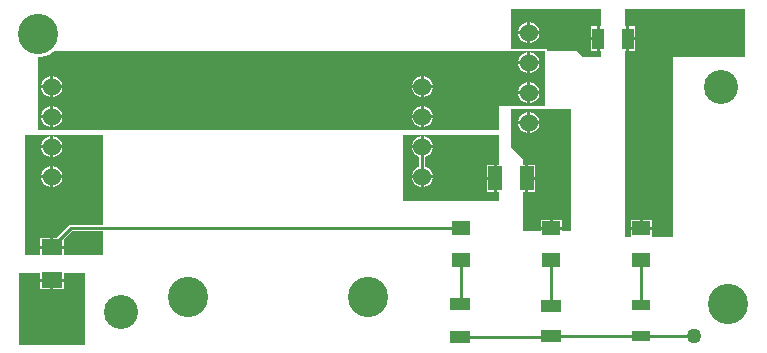
<source format=gtl>
G04*
G04 #@! TF.GenerationSoftware,Altium Limited,Altium Designer,22.9.1 (49)*
G04*
G04 Layer_Physical_Order=1*
G04 Layer_Color=255*
%FSLAX25Y25*%
%MOIN*%
G70*
G04*
G04 #@! TF.SameCoordinates,DEE7DE5E-5230-4543-89B2-9CAB29215946*
G04*
G04*
G04 #@! TF.FilePolarity,Positive*
G04*
G01*
G75*
%ADD12C,0.01000*%
%ADD13R,0.04500X0.08000*%
%ADD15R,0.03937X0.07087*%
%ADD16R,0.07032X0.05176*%
%ADD18R,0.06528X0.04156*%
%ADD19R,0.06544X0.04166*%
%ADD25R,0.05906X0.04724*%
%ADD26R,0.06102X0.03543*%
%ADD27C,0.06000*%
%ADD28C,0.13400*%
%ADD29C,0.11337*%
%ADD30C,0.05000*%
G36*
X300000Y210043D02*
X299579D01*
Y206000D01*
Y201957D01*
X300000D01*
Y200000D01*
X294000D01*
X292000Y202000D01*
X282041D01*
X281883Y202383D01*
X281500Y202541D01*
X270000D01*
Y216000D01*
X300000D01*
Y210043D01*
D02*
G37*
G36*
X281500Y183500D02*
X266000D01*
Y175500D01*
X112500D01*
Y199816D01*
X113257D01*
X114741Y200111D01*
X116140Y200690D01*
X117398Y201531D01*
X117867Y202000D01*
X281500D01*
Y183500D01*
D02*
G37*
G36*
X266000Y164000D02*
X265250D01*
Y159500D01*
Y155000D01*
X266000D01*
Y152000D01*
X234000D01*
Y174000D01*
X266000D01*
Y164000D01*
D02*
G37*
G36*
X290000Y142000D02*
X286953D01*
Y142315D01*
X283500D01*
X280047D01*
Y142000D01*
X274000D01*
Y155000D01*
X274750D01*
Y159500D01*
Y164000D01*
X274000D01*
Y166000D01*
X270000Y170000D01*
Y182500D01*
X290000D01*
Y142000D01*
D02*
G37*
G36*
X348000Y200000D02*
X324000D01*
Y140000D01*
X316953D01*
Y142315D01*
X313500D01*
X310047D01*
Y140000D01*
X308000D01*
Y200000D01*
Y201957D01*
X308421D01*
Y206000D01*
Y210043D01*
X308000D01*
Y216000D01*
X348000D01*
Y200000D01*
D02*
G37*
G36*
X134000Y144020D02*
X123505D01*
X123115Y143942D01*
X122784Y143721D01*
X118646Y139583D01*
X117500D01*
Y136995D01*
X121016D01*
Y139069D01*
X123927Y141980D01*
X134000D01*
Y134000D01*
X121016D01*
Y135995D01*
X117000D01*
X112984D01*
Y134000D01*
X108000D01*
Y174000D01*
X134000D01*
Y144020D01*
D02*
G37*
G36*
X128000Y104000D02*
X106000D01*
Y128000D01*
X112984D01*
Y126005D01*
X117000D01*
X121016D01*
Y128000D01*
X128000D01*
Y104000D01*
D02*
G37*
%LPC*%
G36*
X276500Y211490D02*
Y208500D01*
X279489D01*
X279261Y209351D01*
X278801Y210149D01*
X278149Y210801D01*
X277351Y211262D01*
X276500Y211490D01*
D02*
G37*
G36*
X275500D02*
X274649Y211262D01*
X273851Y210801D01*
X273199Y210149D01*
X272739Y209351D01*
X272511Y208500D01*
X275500D01*
Y211490D01*
D02*
G37*
G36*
X298579Y210043D02*
X296610D01*
Y206500D01*
X298579D01*
Y210043D01*
D02*
G37*
G36*
X279489Y207500D02*
X276500D01*
Y204510D01*
X277351Y204738D01*
X278149Y205199D01*
X278801Y205851D01*
X279261Y206649D01*
X279489Y207500D01*
D02*
G37*
G36*
X275500D02*
X272511D01*
X272739Y206649D01*
X273199Y205851D01*
X273851Y205199D01*
X274649Y204738D01*
X275500Y204510D01*
Y207500D01*
D02*
G37*
G36*
X298579Y205500D02*
X296610D01*
Y201957D01*
X298579D01*
Y205500D01*
D02*
G37*
G36*
X276500Y201489D02*
Y198500D01*
X279489D01*
X279261Y199351D01*
X278801Y200149D01*
X278149Y200801D01*
X277351Y201261D01*
X276500Y201489D01*
D02*
G37*
G36*
X275500D02*
X274649Y201261D01*
X273851Y200801D01*
X273199Y200149D01*
X272739Y199351D01*
X272511Y198500D01*
X275500D01*
Y201489D01*
D02*
G37*
G36*
X279489Y197500D02*
X276500D01*
Y194510D01*
X277351Y194738D01*
X278149Y195199D01*
X278801Y195851D01*
X279261Y196649D01*
X279489Y197500D01*
D02*
G37*
G36*
X275500D02*
X272511D01*
X272739Y196649D01*
X273199Y195851D01*
X273851Y195199D01*
X274649Y194738D01*
X275500Y194510D01*
Y197500D01*
D02*
G37*
G36*
X117500Y193490D02*
Y190500D01*
X120490D01*
X120262Y191351D01*
X119801Y192149D01*
X119149Y192801D01*
X118351Y193262D01*
X117500Y193490D01*
D02*
G37*
G36*
X241000D02*
Y190500D01*
X243989D01*
X243761Y191351D01*
X243301Y192149D01*
X242649Y192801D01*
X241851Y193262D01*
X241000Y193490D01*
D02*
G37*
G36*
X116500D02*
X115649Y193262D01*
X114851Y192801D01*
X114199Y192149D01*
X113739Y191351D01*
X113511Y190500D01*
X116500D01*
Y193490D01*
D02*
G37*
G36*
X240000D02*
X239149Y193262D01*
X238351Y192801D01*
X237699Y192149D01*
X237239Y191351D01*
X237011Y190500D01*
X240000D01*
Y193490D01*
D02*
G37*
G36*
X276500Y191490D02*
Y188500D01*
X279489D01*
X279261Y189351D01*
X278801Y190149D01*
X278149Y190801D01*
X277351Y191261D01*
X276500Y191490D01*
D02*
G37*
G36*
X275500D02*
X274649Y191261D01*
X273851Y190801D01*
X273199Y190149D01*
X272739Y189351D01*
X272511Y188500D01*
X275500D01*
Y191490D01*
D02*
G37*
G36*
X243989Y189500D02*
X241000D01*
Y186511D01*
X241851Y186739D01*
X242649Y187199D01*
X243301Y187851D01*
X243761Y188649D01*
X243989Y189500D01*
D02*
G37*
G36*
X120490D02*
X117500D01*
Y186511D01*
X118351Y186739D01*
X119149Y187199D01*
X119801Y187851D01*
X120262Y188649D01*
X120490Y189500D01*
D02*
G37*
G36*
X240000D02*
X237011D01*
X237239Y188649D01*
X237699Y187851D01*
X238351Y187199D01*
X239149Y186739D01*
X240000Y186511D01*
Y189500D01*
D02*
G37*
G36*
X116500D02*
X113511D01*
X113739Y188649D01*
X114199Y187851D01*
X114851Y187199D01*
X115649Y186739D01*
X116500Y186511D01*
Y189500D01*
D02*
G37*
G36*
X279489Y187500D02*
X276500D01*
Y184511D01*
X277351Y184739D01*
X278149Y185199D01*
X278801Y185851D01*
X279261Y186649D01*
X279489Y187500D01*
D02*
G37*
G36*
X275500D02*
X272511D01*
X272739Y186649D01*
X273199Y185851D01*
X273851Y185199D01*
X274649Y184739D01*
X275500Y184511D01*
Y187500D01*
D02*
G37*
G36*
X241000Y183490D02*
Y180500D01*
X243989D01*
X243761Y181351D01*
X243301Y182149D01*
X242649Y182801D01*
X241851Y183262D01*
X241000Y183490D01*
D02*
G37*
G36*
X117500D02*
Y180500D01*
X120490D01*
X120262Y181351D01*
X119801Y182149D01*
X119149Y182801D01*
X118351Y183262D01*
X117500Y183490D01*
D02*
G37*
G36*
X240000D02*
X239149Y183262D01*
X238351Y182801D01*
X237699Y182149D01*
X237239Y181351D01*
X237011Y180500D01*
X240000D01*
Y183490D01*
D02*
G37*
G36*
X116500D02*
X115649Y183262D01*
X114851Y182801D01*
X114199Y182149D01*
X113739Y181351D01*
X113511Y180500D01*
X116500D01*
Y183490D01*
D02*
G37*
G36*
X243989Y179500D02*
X241000D01*
Y176511D01*
X241851Y176739D01*
X242649Y177199D01*
X243301Y177851D01*
X243761Y178649D01*
X243989Y179500D01*
D02*
G37*
G36*
X120490D02*
X117500D01*
Y176511D01*
X118351Y176739D01*
X119149Y177199D01*
X119801Y177851D01*
X120262Y178649D01*
X120490Y179500D01*
D02*
G37*
G36*
X240000D02*
X237011D01*
X237239Y178649D01*
X237699Y177851D01*
X238351Y177199D01*
X239149Y176739D01*
X240000Y176511D01*
Y179500D01*
D02*
G37*
G36*
X116500D02*
X113511D01*
X113739Y178649D01*
X114199Y177851D01*
X114851Y177199D01*
X115649Y176739D01*
X116500Y176511D01*
Y179500D01*
D02*
G37*
G36*
X241000Y173489D02*
Y170500D01*
X243989D01*
X243761Y171351D01*
X243301Y172149D01*
X242649Y172801D01*
X241851Y173261D01*
X241000Y173489D01*
D02*
G37*
G36*
X240000D02*
X239149Y173261D01*
X238351Y172801D01*
X237699Y172149D01*
X237239Y171351D01*
X237011Y170500D01*
X240000D01*
Y173489D01*
D02*
G37*
G36*
X243989Y169500D02*
X240500D01*
X237011D01*
X237239Y168649D01*
X237699Y167851D01*
X238351Y167199D01*
X239149Y166738D01*
X239480Y166650D01*
Y163350D01*
X239149Y163261D01*
X238351Y162801D01*
X237699Y162149D01*
X237239Y161351D01*
X237011Y160500D01*
X240500D01*
X243989D01*
X243761Y161351D01*
X243301Y162149D01*
X242649Y162801D01*
X241851Y163261D01*
X241520Y163350D01*
Y166650D01*
X241851Y166738D01*
X242649Y167199D01*
X243301Y167851D01*
X243761Y168649D01*
X243989Y169500D01*
D02*
G37*
G36*
X264250Y164000D02*
X262000D01*
Y160000D01*
X264250D01*
Y164000D01*
D02*
G37*
G36*
X243989Y159500D02*
X241000D01*
Y156510D01*
X241851Y156738D01*
X242649Y157199D01*
X243301Y157851D01*
X243761Y158649D01*
X243989Y159500D01*
D02*
G37*
G36*
X240000D02*
X237011D01*
X237239Y158649D01*
X237699Y157851D01*
X238351Y157199D01*
X239149Y156738D01*
X240000Y156510D01*
Y159500D01*
D02*
G37*
G36*
X264250Y159000D02*
X262000D01*
Y155000D01*
X264250D01*
Y159000D01*
D02*
G37*
G36*
X276500Y181490D02*
Y178500D01*
X279489D01*
X279261Y179351D01*
X278801Y180149D01*
X278149Y180801D01*
X277351Y181262D01*
X276500Y181490D01*
D02*
G37*
G36*
X275500D02*
X274649Y181262D01*
X273851Y180801D01*
X273199Y180149D01*
X272739Y179351D01*
X272511Y178500D01*
X275500D01*
Y181490D01*
D02*
G37*
G36*
X279489Y177500D02*
X276500D01*
Y174511D01*
X277351Y174739D01*
X278149Y175199D01*
X278801Y175851D01*
X279261Y176649D01*
X279489Y177500D01*
D02*
G37*
G36*
X275500D02*
X272511D01*
X272739Y176649D01*
X273199Y175851D01*
X273851Y175199D01*
X274649Y174739D01*
X275500Y174511D01*
Y177500D01*
D02*
G37*
G36*
X278000Y164000D02*
X275750D01*
Y160000D01*
X278000D01*
Y164000D01*
D02*
G37*
G36*
Y159000D02*
X275750D01*
Y155000D01*
X278000D01*
Y159000D01*
D02*
G37*
G36*
X286953Y145677D02*
X284000D01*
Y143315D01*
X286953D01*
Y145677D01*
D02*
G37*
G36*
X283000D02*
X280047D01*
Y143315D01*
X283000D01*
Y145677D01*
D02*
G37*
G36*
X311390Y210043D02*
X309421D01*
Y206500D01*
X311390D01*
Y210043D01*
D02*
G37*
G36*
Y205500D02*
X309421D01*
Y201957D01*
X311390D01*
Y205500D01*
D02*
G37*
G36*
X316953Y145677D02*
X314000D01*
Y143315D01*
X316953D01*
Y145677D01*
D02*
G37*
G36*
X313000D02*
X310047D01*
Y143315D01*
X313000D01*
Y145677D01*
D02*
G37*
G36*
X117500Y173489D02*
Y170500D01*
X120490D01*
X120262Y171351D01*
X119801Y172149D01*
X119149Y172801D01*
X118351Y173261D01*
X117500Y173489D01*
D02*
G37*
G36*
X116500D02*
X115649Y173261D01*
X114851Y172801D01*
X114199Y172149D01*
X113739Y171351D01*
X113511Y170500D01*
X116500D01*
Y173489D01*
D02*
G37*
G36*
X120490Y169500D02*
X117500D01*
Y166510D01*
X118351Y166738D01*
X119149Y167199D01*
X119801Y167851D01*
X120262Y168649D01*
X120490Y169500D01*
D02*
G37*
G36*
X116500D02*
X113511D01*
X113739Y168649D01*
X114199Y167851D01*
X114851Y167199D01*
X115649Y166738D01*
X116500Y166510D01*
Y169500D01*
D02*
G37*
G36*
X117500Y163489D02*
Y160500D01*
X120490D01*
X120262Y161351D01*
X119801Y162149D01*
X119149Y162801D01*
X118351Y163261D01*
X117500Y163489D01*
D02*
G37*
G36*
X116500D02*
X115649Y163261D01*
X114851Y162801D01*
X114199Y162149D01*
X113739Y161351D01*
X113511Y160500D01*
X116500D01*
Y163489D01*
D02*
G37*
G36*
X120490Y159500D02*
X117500D01*
Y156510D01*
X118351Y156738D01*
X119149Y157199D01*
X119801Y157851D01*
X120262Y158649D01*
X120490Y159500D01*
D02*
G37*
G36*
X116500D02*
X113511D01*
X113739Y158649D01*
X114199Y157851D01*
X114851Y157199D01*
X115649Y156738D01*
X116500Y156510D01*
Y159500D01*
D02*
G37*
G36*
Y139583D02*
X112984D01*
Y136995D01*
X116500D01*
Y139583D01*
D02*
G37*
G36*
X121016Y125005D02*
X117500D01*
Y122417D01*
X121016D01*
Y125005D01*
D02*
G37*
G36*
X116500D02*
X112984D01*
Y122417D01*
X116500D01*
Y125005D01*
D02*
G37*
%LPD*%
D12*
X275250Y159500D02*
X275500Y159750D01*
X264250Y160000D02*
X264750Y159500D01*
X275250Y157750D02*
Y159500D01*
X117000Y136495D02*
X123505Y143000D01*
X253315D01*
X240500Y160000D02*
Y170000D01*
X298379Y205500D02*
X298979Y206100D01*
X298966Y205100D02*
X299079Y205213D01*
X117500Y126250D02*
X118000Y126750D01*
X253000Y117618D02*
X253500Y118118D01*
Y132185D01*
X283500Y117025D02*
Y132185D01*
X313500Y117217D02*
Y132185D01*
Y106783D02*
X313717Y107000D01*
X331000D01*
X313308Y106975D02*
X313500Y106783D01*
X283500Y106975D02*
X313308D01*
X253000Y106382D02*
X282907D01*
X283500Y106975D01*
D13*
X264750Y159500D02*
D03*
X275250D02*
D03*
D15*
X308921Y206000D02*
D03*
X299079D02*
D03*
D16*
X117000Y125505D02*
D03*
Y136495D02*
D03*
D18*
X283500Y117025D02*
D03*
Y106975D02*
D03*
D19*
X253000Y106382D02*
D03*
Y117618D02*
D03*
D25*
X313500Y142815D02*
D03*
Y132185D02*
D03*
X283500Y142815D02*
D03*
Y132185D02*
D03*
X253500Y142815D02*
D03*
Y132185D02*
D03*
D26*
X313500Y117217D02*
D03*
Y106783D02*
D03*
D27*
X117000Y190000D02*
D03*
Y180000D02*
D03*
Y170000D02*
D03*
Y160000D02*
D03*
X276000Y208000D02*
D03*
Y198000D02*
D03*
Y188000D02*
D03*
Y178000D02*
D03*
X240500Y190000D02*
D03*
Y180000D02*
D03*
Y170000D02*
D03*
Y160000D02*
D03*
D28*
X222500Y120000D02*
D03*
X162500D02*
D03*
X342500Y117500D02*
D03*
X112500Y207500D02*
D03*
D29*
X340000Y190000D02*
D03*
Y210000D02*
D03*
X140000Y115000D02*
D03*
X115000D02*
D03*
D30*
X161500Y187500D02*
D03*
X260500Y193000D02*
D03*
X331000Y107000D02*
D03*
M02*

</source>
